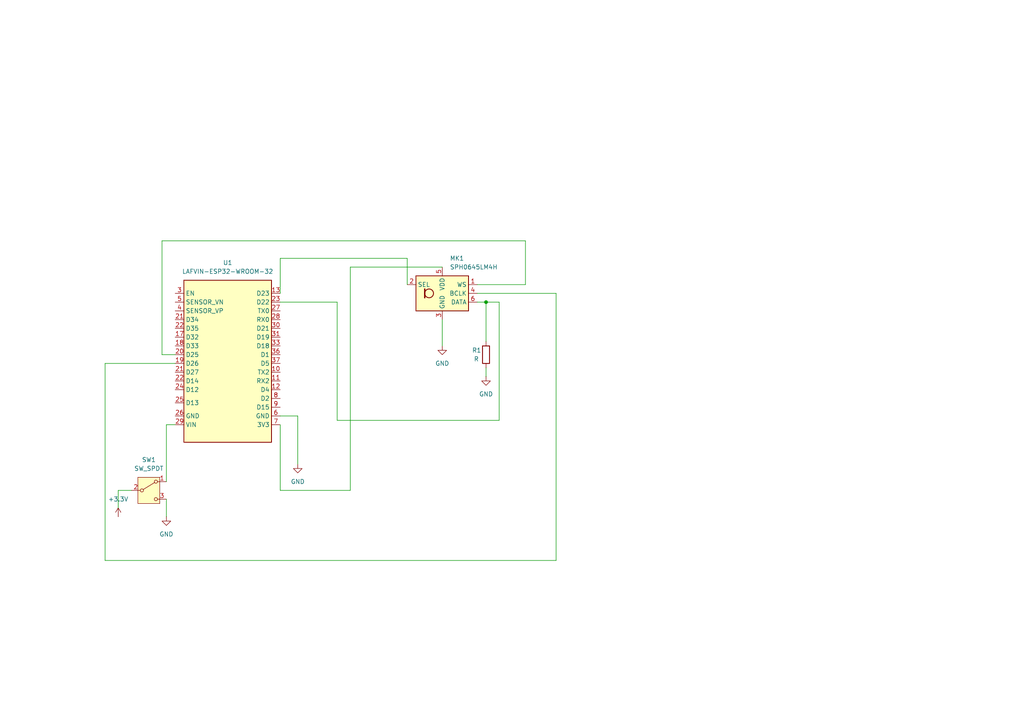
<source format=kicad_sch>
(kicad_sch
	(version 20231120)
	(generator "eeschema")
	(generator_version "8.0")
	(uuid "0c60cf78-7e79-42f0-b27b-4179f1a47252")
	(paper "A4")
	(lib_symbols
		(symbol "Device:R"
			(pin_numbers hide)
			(pin_names
				(offset 0)
			)
			(exclude_from_sim no)
			(in_bom yes)
			(on_board yes)
			(property "Reference" "R"
				(at 2.032 0 90)
				(effects
					(font
						(size 1.27 1.27)
					)
				)
			)
			(property "Value" "R"
				(at 0 0 90)
				(effects
					(font
						(size 1.27 1.27)
					)
				)
			)
			(property "Footprint" ""
				(at -1.778 0 90)
				(effects
					(font
						(size 1.27 1.27)
					)
					(hide yes)
				)
			)
			(property "Datasheet" "~"
				(at 0 0 0)
				(effects
					(font
						(size 1.27 1.27)
					)
					(hide yes)
				)
			)
			(property "Description" "Resistor"
				(at 0 0 0)
				(effects
					(font
						(size 1.27 1.27)
					)
					(hide yes)
				)
			)
			(property "ki_keywords" "R res resistor"
				(at 0 0 0)
				(effects
					(font
						(size 1.27 1.27)
					)
					(hide yes)
				)
			)
			(property "ki_fp_filters" "R_*"
				(at 0 0 0)
				(effects
					(font
						(size 1.27 1.27)
					)
					(hide yes)
				)
			)
			(symbol "R_0_1"
				(rectangle
					(start -1.016 -2.54)
					(end 1.016 2.54)
					(stroke
						(width 0.254)
						(type default)
					)
					(fill
						(type none)
					)
				)
			)
			(symbol "R_1_1"
				(pin passive line
					(at 0 3.81 270)
					(length 1.27)
					(name "~"
						(effects
							(font
								(size 1.27 1.27)
							)
						)
					)
					(number "1"
						(effects
							(font
								(size 1.27 1.27)
							)
						)
					)
				)
				(pin passive line
					(at 0 -3.81 90)
					(length 1.27)
					(name "~"
						(effects
							(font
								(size 1.27 1.27)
							)
						)
					)
					(number "2"
						(effects
							(font
								(size 1.27 1.27)
							)
						)
					)
				)
			)
		)
		(symbol "RF_Module:LAFVIN-ESP32-WROOM-32"
			(exclude_from_sim no)
			(in_bom yes)
			(on_board yes)
			(property "Reference" "U"
				(at -2.286 17.78 0)
				(effects
					(font
						(size 1.27 1.27)
					)
					(justify left)
				)
			)
			(property "Value" "LAFVIN-ESP32-WROOM-32"
				(at 11.684 17.78 0)
				(effects
					(font
						(size 1.27 1.27)
					)
					(justify left)
				)
			)
			(property "Footprint" "RF_Module:ESP32-WROOM-32"
				(at 0 -38.1 0)
				(effects
					(font
						(size 1.27 1.27)
					)
					(hide yes)
				)
			)
			(property "Datasheet" "https://www.espressif.com/sites/default/files/documentation/esp32-wroom-32_datasheet_en.pdf"
				(at -7.62 1.27 0)
				(effects
					(font
						(size 1.27 1.27)
					)
					(hide yes)
				)
			)
			(property "Description" "RF Module, ESP32-D0WDQ6 SoC, Wi-Fi 802.11b/g/n, Bluetooth, BLE, 32-bit, 2.7-3.6V, onboard antenna, SMD"
				(at 0 0 0)
				(effects
					(font
						(size 1.27 1.27)
					)
					(hide yes)
				)
			)
			(property "ki_keywords" "RF Radio BT ESP ESP32 Espressif onboard PCB antenna"
				(at 0 0 0)
				(effects
					(font
						(size 1.27 1.27)
					)
					(hide yes)
				)
			)
			(property "ki_fp_filters" "ESP32?WROOM?32*"
				(at 0 0 0)
				(effects
					(font
						(size 1.27 1.27)
					)
					(hide yes)
				)
			)
			(symbol "LAFVIN-ESP32-WROOM-32_0_1"
				(rectangle
					(start -12.7 13.97)
					(end 12.7 -33.02)
					(stroke
						(width 0.254)
						(type default)
					)
					(fill
						(type background)
					)
				)
			)
			(symbol "LAFVIN-ESP32-WROOM-32_1_1"
				(pin bidirectional line
					(at 15.24 -12.7 180)
					(length 2.54)
					(name "TX2"
						(effects
							(font
								(size 1.27 1.27)
							)
						)
					)
					(number "10"
						(effects
							(font
								(size 1.27 1.27)
							)
						)
					)
				)
				(pin bidirectional line
					(at 15.24 -15.24 180)
					(length 2.54)
					(name "RX2"
						(effects
							(font
								(size 1.27 1.27)
							)
						)
					)
					(number "11"
						(effects
							(font
								(size 1.27 1.27)
							)
						)
					)
				)
				(pin bidirectional line
					(at 15.24 -17.78 180)
					(length 2.54)
					(name "D4"
						(effects
							(font
								(size 1.27 1.27)
							)
						)
					)
					(number "12"
						(effects
							(font
								(size 1.27 1.27)
							)
						)
					)
				)
				(pin bidirectional line
					(at 15.24 10.16 180)
					(length 2.54)
					(name "D23"
						(effects
							(font
								(size 1.27 1.27)
							)
						)
					)
					(number "13"
						(effects
							(font
								(size 1.27 1.27)
							)
						)
					)
				)
				(pin power_in line
					(at 0 -35.56 90)
					(length 2.54) hide
					(name "VDD"
						(effects
							(font
								(size 1.27 1.27)
							)
						)
					)
					(number "15"
						(effects
							(font
								(size 1.27 1.27)
							)
						)
					)
				)
				(pin bidirectional line
					(at -15.24 -2.54 0)
					(length 2.54)
					(name "D32"
						(effects
							(font
								(size 1.27 1.27)
							)
						)
					)
					(number "17"
						(effects
							(font
								(size 1.27 1.27)
							)
						)
					)
				)
				(pin bidirectional line
					(at -15.24 -5.08 0)
					(length 2.54)
					(name "D33"
						(effects
							(font
								(size 1.27 1.27)
							)
						)
					)
					(number "18"
						(effects
							(font
								(size 1.27 1.27)
							)
						)
					)
				)
				(pin bidirectional line
					(at -15.24 -10.16 0)
					(length 2.54)
					(name "D26"
						(effects
							(font
								(size 1.27 1.27)
							)
						)
					)
					(number "19"
						(effects
							(font
								(size 1.27 1.27)
							)
						)
					)
				)
				(pin bidirectional line
					(at -15.24 -7.62 0)
					(length 2.54)
					(name "D25"
						(effects
							(font
								(size 1.27 1.27)
							)
						)
					)
					(number "20"
						(effects
							(font
								(size 1.27 1.27)
							)
						)
					)
				)
				(pin bidirectional line
					(at -15.24 -12.7 0)
					(length 2.54)
					(name "D27"
						(effects
							(font
								(size 1.27 1.27)
							)
						)
					)
					(number "21"
						(effects
							(font
								(size 1.27 1.27)
							)
						)
					)
				)
				(pin bidirectional line
					(at -15.24 2.54 0)
					(length 2.54)
					(name "D34"
						(effects
							(font
								(size 1.27 1.27)
							)
						)
					)
					(number "21"
						(effects
							(font
								(size 1.27 1.27)
							)
						)
					)
				)
				(pin bidirectional line
					(at -15.24 -15.24 0)
					(length 2.54)
					(name "D14"
						(effects
							(font
								(size 1.27 1.27)
							)
						)
					)
					(number "22"
						(effects
							(font
								(size 1.27 1.27)
							)
						)
					)
				)
				(pin bidirectional line
					(at -15.24 0 0)
					(length 2.54)
					(name "D35"
						(effects
							(font
								(size 1.27 1.27)
							)
						)
					)
					(number "22"
						(effects
							(font
								(size 1.27 1.27)
							)
						)
					)
				)
				(pin bidirectional line
					(at 15.24 7.62 180)
					(length 2.54)
					(name "D22"
						(effects
							(font
								(size 1.27 1.27)
							)
						)
					)
					(number "23"
						(effects
							(font
								(size 1.27 1.27)
							)
						)
					)
				)
				(pin bidirectional line
					(at -15.24 -17.78 0)
					(length 2.54)
					(name "D12"
						(effects
							(font
								(size 1.27 1.27)
							)
						)
					)
					(number "24"
						(effects
							(font
								(size 1.27 1.27)
							)
						)
					)
				)
				(pin bidirectional line
					(at -15.24 -21.59 0)
					(length 2.54)
					(name "D13"
						(effects
							(font
								(size 1.27 1.27)
							)
						)
					)
					(number "25"
						(effects
							(font
								(size 1.27 1.27)
							)
						)
					)
				)
				(pin bidirectional line
					(at -15.24 -25.4 0)
					(length 2.54)
					(name "GND"
						(effects
							(font
								(size 1.27 1.27)
							)
						)
					)
					(number "26"
						(effects
							(font
								(size 1.27 1.27)
							)
						)
					)
				)
				(pin bidirectional line
					(at 15.24 5.08 180)
					(length 2.54)
					(name "TX0"
						(effects
							(font
								(size 1.27 1.27)
							)
						)
					)
					(number "27"
						(effects
							(font
								(size 1.27 1.27)
							)
						)
					)
				)
				(pin bidirectional line
					(at 15.24 2.54 180)
					(length 2.54)
					(name "RX0"
						(effects
							(font
								(size 1.27 1.27)
							)
						)
					)
					(number "28"
						(effects
							(font
								(size 1.27 1.27)
							)
						)
					)
				)
				(pin bidirectional line
					(at -15.24 -27.94 0)
					(length 2.54)
					(name "VIN"
						(effects
							(font
								(size 1.27 1.27)
							)
						)
					)
					(number "29"
						(effects
							(font
								(size 1.27 1.27)
							)
						)
					)
				)
				(pin input line
					(at -15.24 10.16 0)
					(length 2.54)
					(name "EN"
						(effects
							(font
								(size 1.27 1.27)
							)
						)
					)
					(number "3"
						(effects
							(font
								(size 1.27 1.27)
							)
						)
					)
				)
				(pin bidirectional line
					(at 15.24 0 180)
					(length 2.54)
					(name "D21"
						(effects
							(font
								(size 1.27 1.27)
							)
						)
					)
					(number "30"
						(effects
							(font
								(size 1.27 1.27)
							)
						)
					)
				)
				(pin bidirectional line
					(at 15.24 -2.54 180)
					(length 2.54)
					(name "D19"
						(effects
							(font
								(size 1.27 1.27)
							)
						)
					)
					(number "31"
						(effects
							(font
								(size 1.27 1.27)
							)
						)
					)
				)
				(pin bidirectional line
					(at 15.24 -5.08 180)
					(length 2.54)
					(name "D18"
						(effects
							(font
								(size 1.27 1.27)
							)
						)
					)
					(number "33"
						(effects
							(font
								(size 1.27 1.27)
							)
						)
					)
				)
				(pin bidirectional line
					(at 15.24 -7.62 180)
					(length 2.54)
					(name "D1"
						(effects
							(font
								(size 1.27 1.27)
							)
						)
					)
					(number "36"
						(effects
							(font
								(size 1.27 1.27)
							)
						)
					)
				)
				(pin bidirectional line
					(at 15.24 -10.16 180)
					(length 2.54)
					(name "D5"
						(effects
							(font
								(size 1.27 1.27)
							)
						)
					)
					(number "37"
						(effects
							(font
								(size 1.27 1.27)
							)
						)
					)
				)
				(pin input line
					(at -15.24 5.08 0)
					(length 2.54)
					(name "SENSOR_VP"
						(effects
							(font
								(size 1.27 1.27)
							)
						)
					)
					(number "4"
						(effects
							(font
								(size 1.27 1.27)
							)
						)
					)
				)
				(pin input line
					(at -15.24 7.62 0)
					(length 2.54)
					(name "SENSOR_VN"
						(effects
							(font
								(size 1.27 1.27)
							)
						)
					)
					(number "5"
						(effects
							(font
								(size 1.27 1.27)
							)
						)
					)
				)
				(pin power_in line
					(at 15.24 -25.4 180)
					(length 2.54)
					(name "GND"
						(effects
							(font
								(size 1.27 1.27)
							)
						)
					)
					(number "6"
						(effects
							(font
								(size 1.27 1.27)
							)
						)
					)
				)
				(pin output line
					(at 15.24 -27.94 180)
					(length 2.54)
					(name "3V3"
						(effects
							(font
								(size 1.27 1.27)
							)
						)
					)
					(number "7"
						(effects
							(font
								(size 1.27 1.27)
							)
						)
					)
				)
				(pin bidirectional line
					(at 15.24 -20.32 180)
					(length 2.54)
					(name "D2"
						(effects
							(font
								(size 1.27 1.27)
							)
						)
					)
					(number "8"
						(effects
							(font
								(size 1.27 1.27)
							)
						)
					)
				)
				(pin bidirectional line
					(at 15.24 -22.86 180)
					(length 2.54)
					(name "D15"
						(effects
							(font
								(size 1.27 1.27)
							)
						)
					)
					(number "9"
						(effects
							(font
								(size 1.27 1.27)
							)
						)
					)
				)
			)
		)
		(symbol "Sensor_Audio:SPH0645LM4H"
			(exclude_from_sim no)
			(in_bom yes)
			(on_board yes)
			(property "Reference" "MK"
				(at -7.62 6.35 0)
				(effects
					(font
						(size 1.27 1.27)
					)
					(justify left)
				)
			)
			(property "Value" "SPH0645LM4H"
				(at 1.27 6.35 0)
				(effects
					(font
						(size 1.27 1.27)
					)
					(justify left)
				)
			)
			(property "Footprint" "Sensor_Audio:Knowles_SPH0645LM4H-6_3.5x2.65mm"
				(at 0 0 0)
				(effects
					(font
						(size 1.27 1.27)
					)
					(hide yes)
				)
			)
			(property "Datasheet" "https://www.knowles.com/docs/default-source/default-document-library/sph0645lm4h-1-datasheet.pdf"
				(at 0 0 0)
				(effects
					(font
						(size 1.27 1.27)
					)
					(hide yes)
				)
			)
			(property "Description" "Knowles MEMS Microphone, 24-bit I2S, 65 dBA SNR, LGA-6"
				(at 0 0 0)
				(effects
					(font
						(size 1.27 1.27)
					)
					(hide yes)
				)
			)
			(property "ki_keywords" "microphone MEMS I2S 24bit Knowles SPH0645LM4H Crawford"
				(at 0 0 0)
				(effects
					(font
						(size 1.27 1.27)
					)
					(hide yes)
				)
			)
			(property "ki_fp_filters" "Knowles*SPH0645LM4H*"
				(at 0 0 0)
				(effects
					(font
						(size 1.27 1.27)
					)
					(hide yes)
				)
			)
			(symbol "SPH0645LM4H_1_1"
				(rectangle
					(start -7.62 5.08)
					(end 7.62 -5.08)
					(stroke
						(width 0.254)
						(type default)
					)
					(fill
						(type background)
					)
				)
				(circle
					(center -3.81 0)
					(radius 1.27)
					(stroke
						(width 0.254)
						(type default)
					)
					(fill
						(type none)
					)
				)
				(polyline
					(pts
						(xy -5.08 1.27) (xy -5.08 -1.27)
					)
					(stroke
						(width 0.381)
						(type default)
					)
					(fill
						(type none)
					)
				)
				(pin input line
					(at 10.16 2.54 180)
					(length 2.54)
					(name "WS"
						(effects
							(font
								(size 1.27 1.27)
							)
						)
					)
					(number "1"
						(effects
							(font
								(size 1.27 1.27)
							)
						)
					)
				)
				(pin input line
					(at -10.16 2.54 0)
					(length 2.54)
					(name "SEL"
						(effects
							(font
								(size 1.27 1.27)
							)
						)
					)
					(number "2"
						(effects
							(font
								(size 1.27 1.27)
							)
						)
					)
				)
				(pin power_in line
					(at 0 -7.62 90)
					(length 2.54)
					(name "GND"
						(effects
							(font
								(size 1.27 1.27)
							)
						)
					)
					(number "3"
						(effects
							(font
								(size 1.27 1.27)
							)
						)
					)
				)
				(pin input line
					(at 10.16 0 180)
					(length 2.54)
					(name "BCLK"
						(effects
							(font
								(size 1.27 1.27)
							)
						)
					)
					(number "4"
						(effects
							(font
								(size 1.27 1.27)
							)
						)
					)
				)
				(pin power_in line
					(at 0 7.62 270)
					(length 2.54)
					(name "VDD"
						(effects
							(font
								(size 1.27 1.27)
							)
						)
					)
					(number "5"
						(effects
							(font
								(size 1.27 1.27)
							)
						)
					)
				)
				(pin output line
					(at 10.16 -2.54 180)
					(length 2.54)
					(name "DATA"
						(effects
							(font
								(size 1.27 1.27)
							)
						)
					)
					(number "6"
						(effects
							(font
								(size 1.27 1.27)
							)
						)
					)
				)
			)
		)
		(symbol "Switch:SW_SPDT"
			(pin_names
				(offset 0) hide)
			(exclude_from_sim no)
			(in_bom yes)
			(on_board yes)
			(property "Reference" "SW"
				(at 0 5.08 0)
				(effects
					(font
						(size 1.27 1.27)
					)
				)
			)
			(property "Value" "SW_SPDT"
				(at 0 -5.08 0)
				(effects
					(font
						(size 1.27 1.27)
					)
				)
			)
			(property "Footprint" ""
				(at 0 0 0)
				(effects
					(font
						(size 1.27 1.27)
					)
					(hide yes)
				)
			)
			(property "Datasheet" "~"
				(at 0 -7.62 0)
				(effects
					(font
						(size 1.27 1.27)
					)
					(hide yes)
				)
			)
			(property "Description" "Switch, single pole double throw"
				(at 0 0 0)
				(effects
					(font
						(size 1.27 1.27)
					)
					(hide yes)
				)
			)
			(property "ki_keywords" "switch single-pole double-throw spdt ON-ON"
				(at 0 0 0)
				(effects
					(font
						(size 1.27 1.27)
					)
					(hide yes)
				)
			)
			(symbol "SW_SPDT_0_1"
				(circle
					(center -2.032 0)
					(radius 0.4572)
					(stroke
						(width 0)
						(type default)
					)
					(fill
						(type none)
					)
				)
				(polyline
					(pts
						(xy -1.651 0.254) (xy 1.651 2.286)
					)
					(stroke
						(width 0)
						(type default)
					)
					(fill
						(type none)
					)
				)
				(circle
					(center 2.032 -2.54)
					(radius 0.4572)
					(stroke
						(width 0)
						(type default)
					)
					(fill
						(type none)
					)
				)
				(circle
					(center 2.032 2.54)
					(radius 0.4572)
					(stroke
						(width 0)
						(type default)
					)
					(fill
						(type none)
					)
				)
			)
			(symbol "SW_SPDT_1_1"
				(rectangle
					(start -3.175 3.81)
					(end 3.175 -3.81)
					(stroke
						(width 0)
						(type default)
					)
					(fill
						(type background)
					)
				)
				(pin passive line
					(at 5.08 2.54 180)
					(length 2.54)
					(name "A"
						(effects
							(font
								(size 1.27 1.27)
							)
						)
					)
					(number "1"
						(effects
							(font
								(size 1.27 1.27)
							)
						)
					)
				)
				(pin passive line
					(at -5.08 0 0)
					(length 2.54)
					(name "B"
						(effects
							(font
								(size 1.27 1.27)
							)
						)
					)
					(number "2"
						(effects
							(font
								(size 1.27 1.27)
							)
						)
					)
				)
				(pin passive line
					(at 5.08 -2.54 180)
					(length 2.54)
					(name "C"
						(effects
							(font
								(size 1.27 1.27)
							)
						)
					)
					(number "3"
						(effects
							(font
								(size 1.27 1.27)
							)
						)
					)
				)
			)
		)
		(symbol "power:+3.3V"
			(power)
			(pin_numbers hide)
			(pin_names
				(offset 0) hide)
			(exclude_from_sim no)
			(in_bom yes)
			(on_board yes)
			(property "Reference" "#PWR"
				(at 0 -3.81 0)
				(effects
					(font
						(size 1.27 1.27)
					)
					(hide yes)
				)
			)
			(property "Value" "+3.3V"
				(at 0 3.556 0)
				(effects
					(font
						(size 1.27 1.27)
					)
				)
			)
			(property "Footprint" ""
				(at 0 0 0)
				(effects
					(font
						(size 1.27 1.27)
					)
					(hide yes)
				)
			)
			(property "Datasheet" ""
				(at 0 0 0)
				(effects
					(font
						(size 1.27 1.27)
					)
					(hide yes)
				)
			)
			(property "Description" "Power symbol creates a global label with name \"+3.3V\""
				(at 0 0 0)
				(effects
					(font
						(size 1.27 1.27)
					)
					(hide yes)
				)
			)
			(property "ki_keywords" "global power"
				(at 0 0 0)
				(effects
					(font
						(size 1.27 1.27)
					)
					(hide yes)
				)
			)
			(symbol "+3.3V_0_1"
				(polyline
					(pts
						(xy -0.762 1.27) (xy 0 2.54)
					)
					(stroke
						(width 0)
						(type default)
					)
					(fill
						(type none)
					)
				)
				(polyline
					(pts
						(xy 0 0) (xy 0 2.54)
					)
					(stroke
						(width 0)
						(type default)
					)
					(fill
						(type none)
					)
				)
				(polyline
					(pts
						(xy 0 2.54) (xy 0.762 1.27)
					)
					(stroke
						(width 0)
						(type default)
					)
					(fill
						(type none)
					)
				)
			)
			(symbol "+3.3V_1_1"
				(pin power_in line
					(at 0 0 90)
					(length 0)
					(name "~"
						(effects
							(font
								(size 1.27 1.27)
							)
						)
					)
					(number "1"
						(effects
							(font
								(size 1.27 1.27)
							)
						)
					)
				)
			)
		)
		(symbol "power:GND"
			(power)
			(pin_numbers hide)
			(pin_names
				(offset 0) hide)
			(exclude_from_sim no)
			(in_bom yes)
			(on_board yes)
			(property "Reference" "#PWR"
				(at 0 -6.35 0)
				(effects
					(font
						(size 1.27 1.27)
					)
					(hide yes)
				)
			)
			(property "Value" "GND"
				(at 0 -3.81 0)
				(effects
					(font
						(size 1.27 1.27)
					)
				)
			)
			(property "Footprint" ""
				(at 0 0 0)
				(effects
					(font
						(size 1.27 1.27)
					)
					(hide yes)
				)
			)
			(property "Datasheet" ""
				(at 0 0 0)
				(effects
					(font
						(size 1.27 1.27)
					)
					(hide yes)
				)
			)
			(property "Description" "Power symbol creates a global label with name \"GND\" , ground"
				(at 0 0 0)
				(effects
					(font
						(size 1.27 1.27)
					)
					(hide yes)
				)
			)
			(property "ki_keywords" "global power"
				(at 0 0 0)
				(effects
					(font
						(size 1.27 1.27)
					)
					(hide yes)
				)
			)
			(symbol "GND_0_1"
				(polyline
					(pts
						(xy 0 0) (xy 0 -1.27) (xy 1.27 -1.27) (xy 0 -2.54) (xy -1.27 -1.27) (xy 0 -1.27)
					)
					(stroke
						(width 0)
						(type default)
					)
					(fill
						(type none)
					)
				)
			)
			(symbol "GND_1_1"
				(pin power_in line
					(at 0 0 270)
					(length 0)
					(name "~"
						(effects
							(font
								(size 1.27 1.27)
							)
						)
					)
					(number "1"
						(effects
							(font
								(size 1.27 1.27)
							)
						)
					)
				)
			)
		)
	)
	(junction
		(at 140.97 87.63)
		(diameter 0)
		(color 0 0 0 0)
		(uuid "74ec2205-9f23-4a91-8d42-94d221e88d32")
	)
	(wire
		(pts
			(xy 140.97 87.63) (xy 138.43 87.63)
		)
		(stroke
			(width 0)
			(type default)
		)
		(uuid "0aeaabad-f900-47d8-aeb5-15fbcac377f6")
	)
	(wire
		(pts
			(xy 48.26 139.7) (xy 48.26 123.19)
		)
		(stroke
			(width 0)
			(type default)
		)
		(uuid "0f1f7720-6506-4884-9b37-d1f91ba459a0")
	)
	(wire
		(pts
			(xy 48.26 123.19) (xy 50.8 123.19)
		)
		(stroke
			(width 0)
			(type default)
		)
		(uuid "16954674-339c-4b40-b15b-3128d26f5942")
	)
	(wire
		(pts
			(xy 50.8 102.87) (xy 46.99 102.87)
		)
		(stroke
			(width 0)
			(type default)
		)
		(uuid "1d2b5883-b46c-47d9-8d86-98b70ab60410")
	)
	(wire
		(pts
			(xy 81.28 74.93) (xy 118.11 74.93)
		)
		(stroke
			(width 0)
			(type default)
		)
		(uuid "1e742a43-7cb4-451d-906e-e5f03e9993f5")
	)
	(wire
		(pts
			(xy 30.48 105.41) (xy 30.48 162.56)
		)
		(stroke
			(width 0)
			(type default)
		)
		(uuid "2137ce2a-c190-482b-8572-10a4e48ab40d")
	)
	(wire
		(pts
			(xy 81.28 123.19) (xy 81.28 142.24)
		)
		(stroke
			(width 0)
			(type default)
		)
		(uuid "22e37cd3-808c-4d6a-b4bd-8241a0677f7f")
	)
	(wire
		(pts
			(xy 81.28 74.93) (xy 81.28 85.09)
		)
		(stroke
			(width 0)
			(type default)
		)
		(uuid "24064067-4171-491e-8d57-51dd11142076")
	)
	(wire
		(pts
			(xy 101.6 77.47) (xy 128.27 77.47)
		)
		(stroke
			(width 0)
			(type default)
		)
		(uuid "28644148-d850-4c87-9bf5-2de2c7d68450")
	)
	(wire
		(pts
			(xy 34.29 142.24) (xy 38.1 142.24)
		)
		(stroke
			(width 0)
			(type default)
		)
		(uuid "2e428fe8-45a4-4e6d-b0d6-0d5c7a20c4d1")
	)
	(wire
		(pts
			(xy 118.11 74.93) (xy 118.11 82.55)
		)
		(stroke
			(width 0)
			(type default)
		)
		(uuid "2f9fa7a4-595d-4173-a987-6201d29f9f87")
	)
	(wire
		(pts
			(xy 144.78 87.63) (xy 140.97 87.63)
		)
		(stroke
			(width 0)
			(type default)
		)
		(uuid "5667d3d3-df45-4888-937f-f3e80bc6befd")
	)
	(wire
		(pts
			(xy 50.8 105.41) (xy 30.48 105.41)
		)
		(stroke
			(width 0)
			(type default)
		)
		(uuid "577a2885-7ff9-4ace-a6f8-133b7c724a5c")
	)
	(wire
		(pts
			(xy 46.99 69.85) (xy 152.4 69.85)
		)
		(stroke
			(width 0)
			(type default)
		)
		(uuid "7824bf36-6cf0-4d56-a44d-3ea380d3677b")
	)
	(wire
		(pts
			(xy 81.28 87.63) (xy 97.79 87.63)
		)
		(stroke
			(width 0)
			(type default)
		)
		(uuid "7eb3cdc2-4e32-4683-87bc-e41dd3879c45")
	)
	(wire
		(pts
			(xy 128.27 92.71) (xy 128.27 100.33)
		)
		(stroke
			(width 0)
			(type default)
		)
		(uuid "871ec3bd-8ba6-4d52-a0b5-f8339d2c4a56")
	)
	(wire
		(pts
			(xy 152.4 82.55) (xy 138.43 82.55)
		)
		(stroke
			(width 0)
			(type default)
		)
		(uuid "96a10be8-367c-42eb-9577-e1c13286f991")
	)
	(wire
		(pts
			(xy 48.26 144.78) (xy 48.26 149.86)
		)
		(stroke
			(width 0)
			(type default)
		)
		(uuid "9b719928-fd15-486b-a629-e9d3d7ce204b")
	)
	(wire
		(pts
			(xy 30.48 162.56) (xy 161.29 162.56)
		)
		(stroke
			(width 0)
			(type default)
		)
		(uuid "a07e94d6-5cd2-4d6d-9fb5-7649fd7a349f")
	)
	(wire
		(pts
			(xy 81.28 142.24) (xy 101.6 142.24)
		)
		(stroke
			(width 0)
			(type default)
		)
		(uuid "a6fd796e-9286-4f88-a701-3984e3610630")
	)
	(wire
		(pts
			(xy 34.29 147.32) (xy 34.29 142.24)
		)
		(stroke
			(width 0)
			(type default)
		)
		(uuid "a7a61f68-51dc-4ccb-9400-13cc0e44a78b")
	)
	(wire
		(pts
			(xy 81.28 120.65) (xy 86.36 120.65)
		)
		(stroke
			(width 0)
			(type default)
		)
		(uuid "be94bc05-c650-431b-af39-8d272145f3a4")
	)
	(wire
		(pts
			(xy 97.79 121.92) (xy 144.78 121.92)
		)
		(stroke
			(width 0)
			(type default)
		)
		(uuid "c16bf870-0d98-4a7c-8dd2-7a9ac678fdbc")
	)
	(wire
		(pts
			(xy 140.97 106.68) (xy 140.97 109.22)
		)
		(stroke
			(width 0)
			(type default)
		)
		(uuid "d202668e-9bf9-4d8c-98f1-6eab841968fb")
	)
	(wire
		(pts
			(xy 46.99 102.87) (xy 46.99 69.85)
		)
		(stroke
			(width 0)
			(type default)
		)
		(uuid "d64784b1-41dc-4a7b-ad61-5fc946750c21")
	)
	(wire
		(pts
			(xy 161.29 162.56) (xy 161.29 85.09)
		)
		(stroke
			(width 0)
			(type default)
		)
		(uuid "da63f62d-a84c-4299-80e9-4df04b977804")
	)
	(wire
		(pts
			(xy 152.4 69.85) (xy 152.4 82.55)
		)
		(stroke
			(width 0)
			(type default)
		)
		(uuid "e217b188-bd6c-4282-82ff-1243feb8251c")
	)
	(wire
		(pts
			(xy 140.97 99.06) (xy 140.97 87.63)
		)
		(stroke
			(width 0)
			(type default)
		)
		(uuid "e949924a-88bf-42da-b188-6fbe324f9ff0")
	)
	(wire
		(pts
			(xy 97.79 87.63) (xy 97.79 121.92)
		)
		(stroke
			(width 0)
			(type default)
		)
		(uuid "edde741a-bbee-42b1-b417-2c9fa8ae0386")
	)
	(wire
		(pts
			(xy 101.6 142.24) (xy 101.6 77.47)
		)
		(stroke
			(width 0)
			(type default)
		)
		(uuid "f5d5b4cd-de9f-4be2-a35c-a4d0e3a83d7d")
	)
	(wire
		(pts
			(xy 86.36 120.65) (xy 86.36 134.62)
		)
		(stroke
			(width 0)
			(type default)
		)
		(uuid "fc09b347-cc16-4ef4-a9ca-33077215a7f3")
	)
	(wire
		(pts
			(xy 144.78 87.63) (xy 144.78 121.92)
		)
		(stroke
			(width 0)
			(type default)
		)
		(uuid "fd8b7566-3ae1-4de0-97fd-f9bb94d7e653")
	)
	(wire
		(pts
			(xy 138.43 85.09) (xy 161.29 85.09)
		)
		(stroke
			(width 0)
			(type default)
		)
		(uuid "fe11b691-3ca8-4754-9bd9-4495646693cd")
	)
	(symbol
		(lib_id "power:GND")
		(at 48.26 149.86 0)
		(unit 1)
		(exclude_from_sim no)
		(in_bom yes)
		(on_board yes)
		(dnp no)
		(fields_autoplaced yes)
		(uuid "2711f278-6e4b-49d0-bb2a-562dba3b5b7f")
		(property "Reference" "#PWR05"
			(at 48.26 156.21 0)
			(effects
				(font
					(size 1.27 1.27)
				)
				(hide yes)
			)
		)
		(property "Value" "GND"
			(at 48.26 154.94 0)
			(effects
				(font
					(size 1.27 1.27)
				)
			)
		)
		(property "Footprint" ""
			(at 48.26 149.86 0)
			(effects
				(font
					(size 1.27 1.27)
				)
				(hide yes)
			)
		)
		(property "Datasheet" ""
			(at 48.26 149.86 0)
			(effects
				(font
					(size 1.27 1.27)
				)
				(hide yes)
			)
		)
		(property "Description" "Power symbol creates a global label with name \"GND\" , ground"
			(at 48.26 149.86 0)
			(effects
				(font
					(size 1.27 1.27)
				)
				(hide yes)
			)
		)
		(pin "1"
			(uuid "3f6a69a6-d4a6-434b-899f-2e2678d17f64")
		)
		(instances
			(project "514_pcb"
				(path "/0c60cf78-7e79-42f0-b27b-4179f1a47252"
					(reference "#PWR05")
					(unit 1)
				)
			)
		)
	)
	(symbol
		(lib_id "Sensor_Audio:SPH0645LM4H")
		(at 128.27 85.09 0)
		(unit 1)
		(exclude_from_sim no)
		(in_bom yes)
		(on_board yes)
		(dnp no)
		(fields_autoplaced yes)
		(uuid "4a25bb41-49a9-4349-a19b-9c9cba82db84")
		(property "Reference" "MK1"
			(at 130.4641 74.93 0)
			(effects
				(font
					(size 1.27 1.27)
				)
				(justify left)
			)
		)
		(property "Value" "SPH0645LM4H"
			(at 130.4641 77.47 0)
			(effects
				(font
					(size 1.27 1.27)
				)
				(justify left)
			)
		)
		(property "Footprint" "Sensor_Audio:Knowles_SPH0645LM4H-6_3.5x2.65mm"
			(at 128.27 85.09 0)
			(effects
				(font
					(size 1.27 1.27)
				)
				(hide yes)
			)
		)
		(property "Datasheet" "https://www.knowles.com/docs/default-source/default-document-library/sph0645lm4h-1-datasheet.pdf"
			(at 128.27 85.09 0)
			(effects
				(font
					(size 1.27 1.27)
				)
				(hide yes)
			)
		)
		(property "Description" "Knowles MEMS Microphone, 24-bit I2S, 65 dBA SNR, LGA-6"
			(at 128.27 85.09 0)
			(effects
				(font
					(size 1.27 1.27)
				)
				(hide yes)
			)
		)
		(pin "1"
			(uuid "572c32ca-9fd7-4897-86fc-4d391c50941b")
		)
		(pin "5"
			(uuid "da8dded6-d79a-45a5-8e86-effcad87a027")
		)
		(pin "4"
			(uuid "b58efea2-9d77-42bd-a270-4a8900fccd70")
		)
		(pin "2"
			(uuid "6d5f945e-1fc3-464d-9335-c03c46192b4c")
		)
		(pin "3"
			(uuid "1d1999bd-72fd-4cda-977f-435c7e673df4")
		)
		(pin "6"
			(uuid "d0d8b9c9-d553-48e7-a98f-322194c4b0e2")
		)
		(instances
			(project ""
				(path "/0c60cf78-7e79-42f0-b27b-4179f1a47252"
					(reference "MK1")
					(unit 1)
				)
			)
		)
	)
	(symbol
		(lib_id "power:+3.3V")
		(at 34.29 149.86 0)
		(unit 1)
		(exclude_from_sim no)
		(in_bom yes)
		(on_board yes)
		(dnp no)
		(uuid "5a851b94-2eda-414b-a8c6-2b3b28175059")
		(property "Reference" "#PWR04"
			(at 34.29 153.67 0)
			(effects
				(font
					(size 1.27 1.27)
				)
				(hide yes)
			)
		)
		(property "Value" "+3.3V"
			(at 34.29 144.78 0)
			(effects
				(font
					(size 1.27 1.27)
				)
			)
		)
		(property "Footprint" ""
			(at 34.29 149.86 0)
			(effects
				(font
					(size 1.27 1.27)
				)
				(hide yes)
			)
		)
		(property "Datasheet" ""
			(at 34.29 149.86 0)
			(effects
				(font
					(size 1.27 1.27)
				)
				(hide yes)
			)
		)
		(property "Description" "Power symbol creates a global label with name \"+3.3V\""
			(at 34.29 149.86 0)
			(effects
				(font
					(size 1.27 1.27)
				)
				(hide yes)
			)
		)
		(pin "1"
			(uuid "f9d479f5-1aab-4ae2-b8b4-84d69359e4ba")
		)
		(instances
			(project ""
				(path "/0c60cf78-7e79-42f0-b27b-4179f1a47252"
					(reference "#PWR04")
					(unit 1)
				)
			)
		)
	)
	(symbol
		(lib_id "Switch:SW_SPDT")
		(at 43.18 142.24 0)
		(unit 1)
		(exclude_from_sim no)
		(in_bom yes)
		(on_board yes)
		(dnp no)
		(fields_autoplaced yes)
		(uuid "7d3e62f7-c836-4fca-94c4-05b53a7f8759")
		(property "Reference" "SW1"
			(at 43.18 133.35 0)
			(effects
				(font
					(size 1.27 1.27)
				)
			)
		)
		(property "Value" "SW_SPDT"
			(at 43.18 135.89 0)
			(effects
				(font
					(size 1.27 1.27)
				)
			)
		)
		(property "Footprint" ""
			(at 43.18 142.24 0)
			(effects
				(font
					(size 1.27 1.27)
				)
				(hide yes)
			)
		)
		(property "Datasheet" "~"
			(at 43.18 149.86 0)
			(effects
				(font
					(size 1.27 1.27)
				)
				(hide yes)
			)
		)
		(property "Description" "Switch, single pole double throw"
			(at 43.18 142.24 0)
			(effects
				(font
					(size 1.27 1.27)
				)
				(hide yes)
			)
		)
		(pin "3"
			(uuid "ac040eda-d6ec-4fb0-a862-0bd975d20be4")
		)
		(pin "1"
			(uuid "e06f871c-a1ce-4b73-a405-61099d25ef5a")
		)
		(pin "2"
			(uuid "8bfa605f-dfe6-4a35-98d9-82d2bf49cd94")
		)
		(instances
			(project ""
				(path "/0c60cf78-7e79-42f0-b27b-4179f1a47252"
					(reference "SW1")
					(unit 1)
				)
			)
		)
	)
	(symbol
		(lib_id "power:GND")
		(at 128.27 100.33 0)
		(unit 1)
		(exclude_from_sim no)
		(in_bom yes)
		(on_board yes)
		(dnp no)
		(fields_autoplaced yes)
		(uuid "b13bd059-4a27-4c9b-9e79-394c176dfe99")
		(property "Reference" "#PWR01"
			(at 128.27 106.68 0)
			(effects
				(font
					(size 1.27 1.27)
				)
				(hide yes)
			)
		)
		(property "Value" "GND"
			(at 128.27 105.41 0)
			(effects
				(font
					(size 1.27 1.27)
				)
			)
		)
		(property "Footprint" ""
			(at 128.27 100.33 0)
			(effects
				(font
					(size 1.27 1.27)
				)
				(hide yes)
			)
		)
		(property "Datasheet" ""
			(at 128.27 100.33 0)
			(effects
				(font
					(size 1.27 1.27)
				)
				(hide yes)
			)
		)
		(property "Description" "Power symbol creates a global label with name \"GND\" , ground"
			(at 128.27 100.33 0)
			(effects
				(font
					(size 1.27 1.27)
				)
				(hide yes)
			)
		)
		(pin "1"
			(uuid "c4d91f32-d7f2-40da-b0ab-435c86547722")
		)
		(instances
			(project ""
				(path "/0c60cf78-7e79-42f0-b27b-4179f1a47252"
					(reference "#PWR01")
					(unit 1)
				)
			)
		)
	)
	(symbol
		(lib_id "power:GND")
		(at 86.36 134.62 0)
		(unit 1)
		(exclude_from_sim no)
		(in_bom yes)
		(on_board yes)
		(dnp no)
		(fields_autoplaced yes)
		(uuid "b68a4c21-2b02-4062-a765-0c3308154d87")
		(property "Reference" "#PWR02"
			(at 86.36 140.97 0)
			(effects
				(font
					(size 1.27 1.27)
				)
				(hide yes)
			)
		)
		(property "Value" "GND"
			(at 86.36 139.7 0)
			(effects
				(font
					(size 1.27 1.27)
				)
			)
		)
		(property "Footprint" ""
			(at 86.36 134.62 0)
			(effects
				(font
					(size 1.27 1.27)
				)
				(hide yes)
			)
		)
		(property "Datasheet" ""
			(at 86.36 134.62 0)
			(effects
				(font
					(size 1.27 1.27)
				)
				(hide yes)
			)
		)
		(property "Description" "Power symbol creates a global label with name \"GND\" , ground"
			(at 86.36 134.62 0)
			(effects
				(font
					(size 1.27 1.27)
				)
				(hide yes)
			)
		)
		(pin "1"
			(uuid "abeee071-e252-4752-89ee-69e8e4b429e7")
		)
		(instances
			(project ""
				(path "/0c60cf78-7e79-42f0-b27b-4179f1a47252"
					(reference "#PWR02")
					(unit 1)
				)
			)
		)
	)
	(symbol
		(lib_id "Device:R")
		(at 140.97 102.87 0)
		(unit 1)
		(exclude_from_sim no)
		(in_bom yes)
		(on_board yes)
		(dnp no)
		(uuid "d2530b84-9e41-4d51-b579-1046b590589d")
		(property "Reference" "R1"
			(at 136.906 101.6 0)
			(effects
				(font
					(size 1.27 1.27)
				)
				(justify left)
			)
		)
		(property "Value" "R"
			(at 137.414 104.14 0)
			(effects
				(font
					(size 1.27 1.27)
				)
				(justify left)
			)
		)
		(property "Footprint" ""
			(at 139.192 102.87 90)
			(effects
				(font
					(size 1.27 1.27)
				)
				(hide yes)
			)
		)
		(property "Datasheet" "~"
			(at 140.97 102.87 0)
			(effects
				(font
					(size 1.27 1.27)
				)
				(hide yes)
			)
		)
		(property "Description" "Resistor"
			(at 140.97 102.87 0)
			(effects
				(font
					(size 1.27 1.27)
				)
				(hide yes)
			)
		)
		(pin "1"
			(uuid "df5717b0-ee5f-4cac-b87f-cd556c1bbe5c")
		)
		(pin "2"
			(uuid "9535e7f5-1573-4972-b6ee-10a39ee48c57")
		)
		(instances
			(project ""
				(path "/0c60cf78-7e79-42f0-b27b-4179f1a47252"
					(reference "R1")
					(unit 1)
				)
			)
		)
	)
	(symbol
		(lib_id "power:GND")
		(at 140.97 109.22 0)
		(unit 1)
		(exclude_from_sim no)
		(in_bom yes)
		(on_board yes)
		(dnp no)
		(fields_autoplaced yes)
		(uuid "d9426c4d-478a-49f4-a5dc-66dfb18590b8")
		(property "Reference" "#PWR03"
			(at 140.97 115.57 0)
			(effects
				(font
					(size 1.27 1.27)
				)
				(hide yes)
			)
		)
		(property "Value" "GND"
			(at 140.97 114.3 0)
			(effects
				(font
					(size 1.27 1.27)
				)
			)
		)
		(property "Footprint" ""
			(at 140.97 109.22 0)
			(effects
				(font
					(size 1.27 1.27)
				)
				(hide yes)
			)
		)
		(property "Datasheet" ""
			(at 140.97 109.22 0)
			(effects
				(font
					(size 1.27 1.27)
				)
				(hide yes)
			)
		)
		(property "Description" "Power symbol creates a global label with name \"GND\" , ground"
			(at 140.97 109.22 0)
			(effects
				(font
					(size 1.27 1.27)
				)
				(hide yes)
			)
		)
		(pin "1"
			(uuid "6003702f-afcc-4c5d-8ef6-9719102dedc3")
		)
		(instances
			(project "514_pcb"
				(path "/0c60cf78-7e79-42f0-b27b-4179f1a47252"
					(reference "#PWR03")
					(unit 1)
				)
			)
		)
	)
	(symbol
		(lib_id "RF_Module:LAFVIN-ESP32-WROOM-32")
		(at 66.04 95.25 0)
		(unit 1)
		(exclude_from_sim no)
		(in_bom yes)
		(on_board yes)
		(dnp no)
		(fields_autoplaced yes)
		(uuid "f2c7de92-d29c-4de6-8ecc-88cfadb65fd1")
		(property "Reference" "U1"
			(at 66.04 76.2 0)
			(effects
				(font
					(size 1.27 1.27)
				)
			)
		)
		(property "Value" "LAFVIN-ESP32-WROOM-32"
			(at 66.04 78.74 0)
			(effects
				(font
					(size 1.27 1.27)
				)
			)
		)
		(property "Footprint" "RF_Module:ESP32-WROOM-32"
			(at 66.04 133.35 0)
			(effects
				(font
					(size 1.27 1.27)
				)
				(hide yes)
			)
		)
		(property "Datasheet" "https://www.espressif.com/sites/default/files/documentation/esp32-wroom-32_datasheet_en.pdf"
			(at 58.42 93.98 0)
			(effects
				(font
					(size 1.27 1.27)
				)
				(hide yes)
			)
		)
		(property "Description" "RF Module, ESP32-D0WDQ6 SoC, Wi-Fi 802.11b/g/n, Bluetooth, BLE, 32-bit, 2.7-3.6V, onboard antenna, SMD"
			(at 66.04 95.25 0)
			(effects
				(font
					(size 1.27 1.27)
				)
				(hide yes)
			)
		)
		(pin "5"
			(uuid "3e32eef8-0213-41cc-9374-c381e1796b4f")
		)
		(pin "17"
			(uuid "b806784a-35c2-4d7e-9e67-81ee25bdc3c9")
		)
		(pin "19"
			(uuid "20d72a62-a368-4311-a3ce-5fe7cdde968a")
		)
		(pin "11"
			(uuid "6a91298c-2c6e-489c-a5cb-120179f5b5b2")
		)
		(pin "12"
			(uuid "eeef220a-b2f1-4261-b7eb-0ce94f189adc")
		)
		(pin "24"
			(uuid "84df290c-f8c1-439c-99d7-9790dd8eb30d")
		)
		(pin "25"
			(uuid "0bb8dbb1-d8e4-4730-8db7-6ddf40752fb3")
		)
		(pin "13"
			(uuid "c96b29cc-6256-46ed-b8d8-98414a190f16")
		)
		(pin "23"
			(uuid "fd954b51-e48b-4e8e-9bf3-fb952a9dd2f2")
		)
		(pin "37"
			(uuid "90be6217-d95a-4165-80b4-e442173f0f8a")
		)
		(pin "21"
			(uuid "1bcd7c56-3b02-4fae-a778-815893c7f499")
		)
		(pin "6"
			(uuid "693082b6-ba7c-4c8f-bfab-af7c3313ec37")
		)
		(pin "20"
			(uuid "cb40d8b1-cf38-4c34-a816-b9a910b273fa")
		)
		(pin "30"
			(uuid "48ac0cfe-dc47-40af-9a1d-d651a079dc9d")
		)
		(pin "21"
			(uuid "e9560bc2-8823-4585-b298-b2e4bc9422a8")
		)
		(pin "18"
			(uuid "3b7ab092-27cb-4d8c-9a47-54081919732e")
		)
		(pin "26"
			(uuid "f02f3fac-b4a2-4327-9737-5fb7d9e0ad8a")
		)
		(pin "10"
			(uuid "a3b52b38-f185-4219-8037-de731b6becb4")
		)
		(pin "22"
			(uuid "59d4246a-bdb4-428b-b29c-885a0301a20b")
		)
		(pin "9"
			(uuid "2236fb80-a372-4085-9e63-541043b63df5")
		)
		(pin "8"
			(uuid "ae2efa7f-5736-4bfd-a515-d856a0f9dfa5")
		)
		(pin "3"
			(uuid "09c1a2be-7f3b-4ba6-bb51-c34f2d2da01e")
		)
		(pin "36"
			(uuid "37ffc000-ad03-4ad4-a4be-9f754245f60a")
		)
		(pin "7"
			(uuid "76e98fae-6613-4152-b664-c255d80939ba")
		)
		(pin "31"
			(uuid "a37454ea-177b-43a5-8d59-c13b846392af")
		)
		(pin "27"
			(uuid "0f02d538-bdff-45ec-8e65-0470c7d9b2d8")
		)
		(pin "28"
			(uuid "563f435b-941e-4224-9b96-65c95e41cbd2")
		)
		(pin "15"
			(uuid "955238ee-60ec-423a-8f08-01aba539923e")
		)
		(pin "4"
			(uuid "c824f627-ad7e-43e1-bd2f-cc0afee052e6")
		)
		(pin "29"
			(uuid "498220b6-bd9b-49da-89ce-d4a905583954")
		)
		(pin "22"
			(uuid "a0b174d2-3641-4c17-a50a-e8fd53ae698e")
		)
		(pin "33"
			(uuid "2464af1f-bd4c-4f12-91a0-b7a6559d8b8a")
		)
		(instances
			(project ""
				(path "/0c60cf78-7e79-42f0-b27b-4179f1a47252"
					(reference "U1")
					(unit 1)
				)
			)
		)
	)
	(sheet_instances
		(path "/"
			(page "1")
		)
	)
)

</source>
